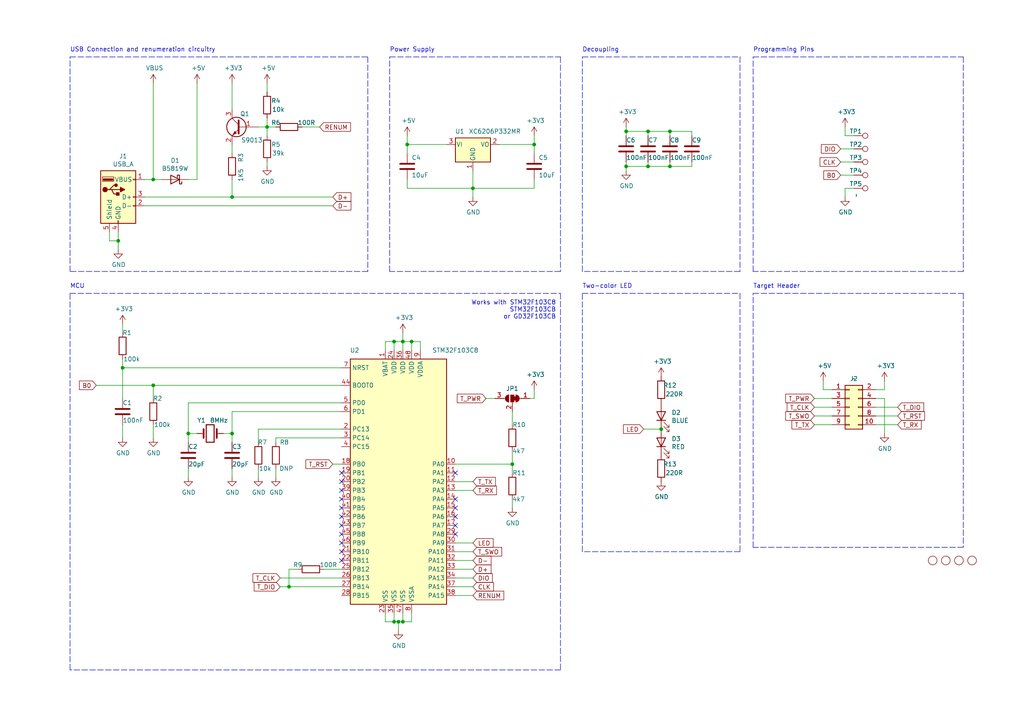
<source format=kicad_sch>
(kicad_sch (version 20211123) (generator eeschema)
  (paper "A4")
  (title_block (title "${TITLE}") (rev "${REVISION}") (company "${COMPANY}") (comment 1 "${URL}") (comment 2 "${AUTHOR}") (comment 3 "${AUTHOR_EMAIL}"))
  (lib_symbols
    (symbol "Connector:TestPoint" (pin_numbers hide) (pin_names (offset 0.762) hide)
      (property "Reference" "TP" (at 0 6.858 0))
      (property "Value" "TestPoint" (at 0 5.08 0))
      (symbol "TestPoint_0_1"
        (circle (center 0 3.302) (radius 0.762))
      )
      (symbol "TestPoint_1_1"
        (pin passive line (at 0 0 90) (length 2.54) (name "1") (number "1"))
      )
    )
    (symbol "Connector_Generic:Conn_02x05_Odd_Even" (pin_names (offset 1.016) hide)
      (property "Reference" "J" (at 1.27 7.62 0))
      (property "Value" "Conn_02x05_Odd_Even" (at 1.27 -7.62 0))
      (symbol "Conn_02x05_Odd_Even_1_1"
        (rectangle (start -1.27 -4.953) (end 0 -5.207) (stroke (width 0.1524)))
        (rectangle (start -1.27 -2.413) (end 0 -2.667) (stroke (width 0.1524)))
        (rectangle (start -1.27 0.127) (end 0 -0.127) (stroke (width 0.1524)))
        (rectangle (start -1.27 2.667) (end 0 2.413) (stroke (width 0.1524)))
        (rectangle (start -1.27 5.207) (end 0 4.953) (stroke (width 0.1524)))
        (rectangle (start -1.27 6.35) (end 3.81 -6.35) (stroke (width 0.254)) (fill (type background)))
        (rectangle (start 3.81 -4.953) (end 2.54 -5.207) (stroke (width 0.1524)))
        (rectangle (start 3.81 -2.413) (end 2.54 -2.667) (stroke (width 0.1524)))
        (rectangle (start 3.81 0.127) (end 2.54 -0.127) (stroke (width 0.1524)))
        (rectangle (start 3.81 2.667) (end 2.54 2.413) (stroke (width 0.1524)))
        (rectangle (start 3.81 5.207) (end 2.54 4.953) (stroke (width 0.1524)))
        (pin passive line (at -5.08 5.08 0) (length 3.81) (name "Pin_1") (number "1"))
        (pin passive line (at 7.62 -5.08 180) (length 3.81) (name "Pin_10") (number "10"))
        (pin passive line (at 7.62 5.08 180) (length 3.81) (name "Pin_2") (number "2"))
        (pin passive line (at -5.08 2.54 0) (length 3.81) (name "Pin_3") (number "3"))
        (pin passive line (at 7.62 2.54 180) (length 3.81) (name "Pin_4") (number "4"))
        (pin passive line (at -5.08 0 0) (length 3.81) (name "Pin_5") (number "5"))
        (pin passive line (at 7.62 0 180) (length 3.81) (name "Pin_6") (number "6"))
        (pin passive line (at -5.08 -2.54 0) (length 3.81) (name "Pin_7") (number "7"))
        (pin passive line (at 7.62 -2.54 180) (length 3.81) (name "Pin_8") (number "8"))
        (pin passive line (at -5.08 -5.08 0) (length 3.81) (name "Pin_9") (number "9"))
      )
    )
    (symbol "Device:C" (pin_numbers hide) (pin_names (offset 0.254))
      (property "Reference" "C" (at 0.635 2.54 0))
      (property "Value" "C" (at 0.635 -2.54 0))
      (symbol "C_0_1"
        (polyline (pts (xy -2.032 -0.762) (xy 2.032 -0.762)) (stroke (width 0.508)))
        (polyline (pts (xy -2.032 0.762) (xy 2.032 0.762)) (stroke (width 0.508)))
      )
      (symbol "C_1_1"
        (pin passive line (at 0 3.81 270) (length 2.794) (name "~") (number "1"))
        (pin passive line (at 0 -3.81 90) (length 2.794) (name "~") (number "2"))
      )
    )
    (symbol "Device:Crystal" (pin_numbers hide) (pin_names (offset 1.016) hide)
      (property "Reference" "Y" (at 0 3.81 0))
      (property "Value" "Crystal" (at 0 -3.81 0))
      (symbol "Crystal_0_1"
        (rectangle (start -1.143 2.54) (end 1.143 -2.54) (stroke (width 0.3048)))
        (polyline (pts (xy -2.54 0) (xy -1.905 0)))
        (polyline (pts (xy -1.905 -1.27) (xy -1.905 1.27)) (stroke (width 0.508)))
        (polyline (pts (xy 1.905 -1.27) (xy 1.905 1.27)) (stroke (width 0.508)))
        (polyline (pts (xy 2.54 0) (xy 1.905 0)))
      )
      (symbol "Crystal_1_1"
        (pin passive line (at -3.81 0 0) (length 1.27) (name "1") (number "1"))
        (pin passive line (at 3.81 0 180) (length 1.27) (name "2") (number "2"))
      )
    )
    (symbol "Device:D_Schottky" (pin_numbers hide) (pin_names (offset 1.016) hide)
      (property "Reference" "D" (at 0 2.54 0))
      (property "Value" "D_Schottky" (at 0 -2.54 0))
      (symbol "D_Schottky_0_1"
        (polyline (pts (xy 1.27 0) (xy -1.27 0)))
        (polyline (pts (xy 1.27 1.27) (xy 1.27 -1.27) (xy -1.27 0) (xy 1.27 1.27)) (stroke (width 0.254)))
        (polyline (pts (xy -1.905 0.635) (xy -1.905 1.27) (xy -1.27 1.27) (xy -1.27 -1.27) (xy -0.635 -1.27) (xy -0.635 -0.635)) (stroke (width 0.254)))
      )
      (symbol "D_Schottky_1_1"
        (pin passive line (at -3.81 0 0) (length 2.54) (name "K") (number "1"))
        (pin passive line (at 3.81 0 180) (length 2.54) (name "A") (number "2"))
      )
    )
    (symbol "Device:LED" (pin_numbers hide) (pin_names (offset 1.016) hide)
      (property "Reference" "D" (at 0 2.54 0))
      (property "Value" "LED" (at 0 -2.54 0))
      (symbol "LED_0_1"
        (polyline (pts (xy -1.27 -1.27) (xy -1.27 1.27)) (stroke (width 0.254)))
        (polyline (pts (xy -1.27 0) (xy 1.27 0)))
        (polyline (pts (xy 1.27 -1.27) (xy 1.27 1.27) (xy -1.27 0) (xy 1.27 -1.27)) (stroke (width 0.254)))
        (polyline (pts (xy -3.048 -0.762) (xy -4.572 -2.286) (xy -3.81 -2.286) (xy -4.572 -2.286) (xy -4.572 -1.524)))
        (polyline (pts (xy -1.778 -0.762) (xy -3.302 -2.286) (xy -2.54 -2.286) (xy -3.302 -2.286) (xy -3.302 -1.524)))
      )
      (symbol "LED_1_1"
        (pin passive line (at -3.81 0 0) (length 2.54) (name "K") (number "1"))
        (pin passive line (at 3.81 0 180) (length 2.54) (name "A") (number "2"))
      )
    )
    (symbol "Device:Q_NPN_BEC" (pin_names (offset 0) hide)
      (property "Reference" "Q" (at 5.08 1.27 0))
      (property "Value" "Q_NPN_BEC" (at 5.08 -1.27 0))
      (symbol "Q_NPN_BEC_0_1"
        (polyline (pts (xy 0.635 0.635) (xy 2.54 2.54)))
        (polyline (pts (xy 0.635 -0.635) (xy 2.54 -2.54) (xy 2.54 -2.54)))
        (polyline (pts (xy 0.635 1.905) (xy 0.635 -1.905) (xy 0.635 -1.905)) (stroke (width 0.508)))
        (polyline (pts (xy 1.27 -1.778) (xy 1.778 -1.27) (xy 2.286 -2.286) (xy 1.27 -1.778) (xy 1.27 -1.778)) (fill (type outline)))
        (circle (center 1.27 0) (radius 2.8194) (stroke (width 0.254)))
      )
      (symbol "Q_NPN_BEC_1_1"
        (pin input line (at -5.08 0 0) (length 5.715) (name "B") (number "1"))
        (pin passive line (at 2.54 -5.08 90) (length 2.54) (name "E") (number "2"))
        (pin passive line (at 2.54 5.08 270) (length 2.54) (name "C") (number "3"))
      )
    )
    (symbol "Device:R" (pin_numbers hide) (pin_names (offset 0))
      (property "Reference" "R" (at 2.032 0 90))
      (property "Value" "R" (at 0 0 90))
      (symbol "R_0_1"
        (rectangle (start -1.016 -2.54) (end 1.016 2.54) (stroke (width 0.254)))
      )
      (symbol "R_1_1"
        (pin passive line (at 0 3.81 270) (length 1.27) (name "~") (number "1"))
        (pin passive line (at 0 -3.81 90) (length 1.27) (name "~") (number "2"))
      )
    )
    (symbol "Jumper:SolderJumper_3_Bridged12" (pin_names (offset 0) hide)
      (property "Reference" "JP" (at -2.54 -2.54 0))
      (property "Value" "SolderJumper_3_Bridged12" (at 0 2.794 0))
      (symbol "SolderJumper_3_Bridged12_0_1"
        (rectangle (start -1.016 0.508) (end -0.508 -0.508) (fill (type outline)))
        (arc (start -1.016 1.016) (mid -2.032 0) (end -1.016 -1.016))
        (arc (start -1.016 1.016) (mid -2.032 0) (end -1.016 -1.016) (fill (type outline)))
        (rectangle (start -0.508 1.016) (end 0.508 -1.016) (fill (type outline)))
        (polyline (pts (xy -2.54 0) (xy -2.032 0)))
        (polyline (pts (xy -1.016 1.016) (xy -1.016 -1.016)))
        (polyline (pts (xy 0 -1.27) (xy 0 -1.016)))
        (polyline (pts (xy 1.016 1.016) (xy 1.016 -1.016)))
        (polyline (pts (xy 2.54 0) (xy 2.032 0)))
        (arc (start 1.016 -1.016) (mid 2.032 0) (end 1.016 1.016))
        (arc (start 1.016 -1.016) (mid 2.032 0) (end 1.016 1.016) (fill (type outline)))
      )
      (symbol "SolderJumper_3_Bridged12_1_1"
        (pin passive line (at -5.08 0 0) (length 2.54) (name "A") (number "1"))
        (pin input line (at 0 -3.81 90) (length 2.54) (name "C") (number "2"))
        (pin passive line (at 5.08 0 180) (length 2.54) (name "B") (number "3"))
      )
    )
    (symbol "MCU_ST_STM32F1:STM32F103C8Tx"
      (property "Reference" "U" (at -15.24 36.83 0))
      (property "Value" "STM32F103C8Tx" (at 7.62 36.83 0))
      (symbol "STM32F103C8Tx_0_1"
        (rectangle (start -15.24 -35.56) (end 12.7 35.56) (stroke (width 0.254)) (fill (type background)))
      )
      (symbol "STM32F103C8Tx_1_1"
        (pin power_in line (at -5.08 38.1 270) (length 2.54) (name "VBAT") (number "1"))
        (pin bidirectional line (at 15.24 5.08 180) (length 2.54) (name "PA0") (number "10"))
        (pin bidirectional line (at 15.24 2.54 180) (length 2.54) (name "PA1") (number "11"))
        (pin bidirectional line (at 15.24 0 180) (length 2.54) (name "PA2") (number "12"))
        (pin bidirectional line (at 15.24 -2.54 180) (length 2.54) (name "PA3") (number "13"))
        (pin bidirectional line (at 15.24 -5.08 180) (length 2.54) (name "PA4") (number "14"))
        (pin bidirectional line (at 15.24 -7.62 180) (length 2.54) (name "PA5") (number "15"))
        (pin bidirectional line (at 15.24 -10.16 180) (length 2.54) (name "PA6") (number "16"))
        (pin bidirectional line (at 15.24 -12.7 180) (length 2.54) (name "PA7") (number "17"))
        (pin bidirectional line (at -17.78 5.08 0) (length 2.54) (name "PB0") (number "18"))
        (pin bidirectional line (at -17.78 2.54 0) (length 2.54) (name "PB1") (number "19"))
        (pin bidirectional line (at -17.78 15.24 0) (length 2.54) (name "PC13") (number "2"))
        (pin bidirectional line (at -17.78 0 0) (length 2.54) (name "PB2") (number "20"))
        (pin bidirectional line (at -17.78 -20.32 0) (length 2.54) (name "PB10") (number "21"))
        (pin bidirectional line (at -17.78 -22.86 0) (length 2.54) (name "PB11") (number "22"))
        (pin power_in line (at -5.08 -38.1 90) (length 2.54) (name "VSS") (number "23"))
        (pin power_in line (at -2.54 38.1 270) (length 2.54) (name "VDD") (number "24"))
        (pin bidirectional line (at -17.78 -25.4 0) (length 2.54) (name "PB12") (number "25"))
        (pin bidirectional line (at -17.78 -27.94 0) (length 2.54) (name "PB13") (number "26"))
        (pin bidirectional line (at -17.78 -30.48 0) (length 2.54) (name "PB14") (number "27"))
        (pin bidirectional line (at -17.78 -33.02 0) (length 2.54) (name "PB15") (number "28"))
        (pin bidirectional line (at 15.24 -15.24 180) (length 2.54) (name "PA8") (number "29"))
        (pin bidirectional line (at -17.78 12.7 0) (length 2.54) (name "PC14") (number "3"))
        (pin bidirectional line (at 15.24 -17.78 180) (length 2.54) (name "PA9") (number "30"))
        (pin bidirectional line (at 15.24 -20.32 180) (length 2.54) (name "PA10") (number "31"))
        (pin bidirectional line (at 15.24 -22.86 180) (length 2.54) (name "PA11") (number "32"))
        (pin bidirectional line (at 15.24 -25.4 180) (length 2.54) (name "PA12") (number "33"))
        (pin bidirectional line (at 15.24 -27.94 180) (length 2.54) (name "PA13") (number "34"))
        (pin power_in line (at -2.54 -38.1 90) (length 2.54) (name "VSS") (number "35"))
        (pin power_in line (at 0 38.1 270) (length 2.54) (name "VDD") (number "36"))
        (pin bidirectional line (at 15.24 -30.48 180) (length 2.54) (name "PA14") (number "37"))
        (pin bidirectional line (at 15.24 -33.02 180) (length 2.54) (name "PA15") (number "38"))
        (pin bidirectional line (at -17.78 -2.54 0) (length 2.54) (name "PB3") (number "39"))
        (pin bidirectional line (at -17.78 10.16 0) (length 2.54) (name "PC15") (number "4"))
        (pin bidirectional line (at -17.78 -5.08 0) (length 2.54) (name "PB4") (number "40"))
        (pin bidirectional line (at -17.78 -7.62 0) (length 2.54) (name "PB5") (number "41"))
        (pin bidirectional line (at -17.78 -10.16 0) (length 2.54) (name "PB6") (number "42"))
        (pin bidirectional line (at -17.78 -12.7 0) (length 2.54) (name "PB7") (number "43"))
        (pin input line (at -17.78 27.94 0) (length 2.54) (name "BOOT0") (number "44"))
        (pin bidirectional line (at -17.78 -15.24 0) (length 2.54) (name "PB8") (number "45"))
        (pin bidirectional line (at -17.78 -17.78 0) (length 2.54) (name "PB9") (number "46"))
        (pin power_in line (at 0 -38.1 90) (length 2.54) (name "VSS") (number "47"))
        (pin power_in line (at 2.54 38.1 270) (length 2.54) (name "VDD") (number "48"))
        (pin input line (at -17.78 22.86 0) (length 2.54) (name "PD0") (number "5"))
        (pin input line (at -17.78 20.32 0) (length 2.54) (name "PD1") (number "6"))
        (pin input line (at -17.78 33.02 0) (length 2.54) (name "NRST") (number "7"))
        (pin power_in line (at 2.54 -38.1 90) (length 2.54) (name "VSSA") (number "8"))
        (pin power_in line (at 5.08 38.1 270) (length 2.54) (name "VDDA") (number "9"))
      )
    )
    (symbol "Regulator_Linear:XC6206PxxxMR" (pin_names (offset 0.254))
      (property "Reference" "U" (at -3.81 3.175 0))
      (property "Value" "XC6206PxxxMR" (at 0 3.175 0))
      (symbol "XC6206PxxxMR_0_1"
        (rectangle (start -5.08 1.905) (end 5.08 -5.08) (stroke (width 0.254)) (fill (type background)))
      )
      (symbol "XC6206PxxxMR_1_1"
        (pin power_in line (at 0 -7.62 90) (length 2.54) (name "GND") (number "1"))
        (pin power_out line (at 7.62 0 180) (length 2.54) (name "VO") (number "2"))
        (pin power_in line (at -7.62 0 0) (length 2.54) (name "VI") (number "3"))
      )
    )
    (symbol "power:+3V3" (power) (pin_names (offset 0))
      (property "Value" "+3V3" (at 0 3.556 0))
      (symbol "+3V3_0_1"
        (polyline (pts (xy -0.762 1.27) (xy 0 2.54)))
        (polyline (pts (xy 0 0) (xy 0 2.54)))
        (polyline (pts (xy 0 2.54) (xy 0.762 1.27)))
      )
      (symbol "+3V3_1_1"
        (pin power_in line (at 0 0 90) (length 0) hide (name "+3V3") (number "1"))
      )
    )
    (symbol "power:+5V" (power) (pin_names (offset 0))
      (property "Value" "+5V" (at 0 3.556 0))
      (symbol "+5V_0_1"
        (polyline (pts (xy -0.762 1.27) (xy 0 2.54)))
        (polyline (pts (xy 0 0) (xy 0 2.54)))
        (polyline (pts (xy 0 2.54) (xy 0.762 1.27)))
      )
      (symbol "+5V_1_1"
        (pin power_in line (at 0 0 90) (length 0) hide (name "+5V") (number "1"))
      )
    )
    (symbol "power:GND" (power) (pin_names (offset 0))
      (property "Value" "GND" (at 0 -3.81 0))
      (symbol "GND_0_1"
        (polyline (pts (xy 0 0) (xy 0 -1.27) (xy 1.27 -1.27) (xy 0 -2.54) (xy -1.27 -1.27) (xy 0 -1.27)))
      )
      (symbol "GND_1_1"
        (pin power_in line (at 0 0 270) (length 0) hide (name "GND") (number "1"))
      )
    )
    (symbol "power:VBUS" (power) (pin_names (offset 0))
      (property "Value" "VBUS" (at 0 3.81 0))
      (symbol "VBUS_0_1"
        (polyline (pts (xy -0.762 1.27) (xy 0 2.54)))
        (polyline (pts (xy 0 0) (xy 0 2.54)))
        (polyline (pts (xy 0 2.54) (xy 0.762 1.27)))
      )
      (symbol "VBUS_1_1"
        (pin power_in line (at 0 0 90) (length 0) hide (name "VBUS") (number "1"))
      )
    )
    (symbol "st-link:MouseBite" (pin_names (offset 1.016))
      (symbol "MouseBite_0_1"
        (circle (center 0 0) (radius 1.27))
      )
    )
    (symbol "st-link:USB_A" (pin_names (offset 1.016))
      (property "Reference" "J" (at -5.08 11.43 0))
      (property "Value" "USB_A" (at -5.08 8.89 0))
      (symbol "USB_A_0_1"
        (rectangle (start -5.08 -7.62) (end 5.08 7.62) (stroke (width 0.254)) (fill (type background)))
        (circle (center -3.81 2.159) (radius 0.635) (stroke (width 0.254)) (fill (type outline)))
        (rectangle (start -1.524 4.826) (end -4.318 5.334) (fill (type outline)))
        (rectangle (start -1.27 4.572) (end -4.572 5.842))
        (circle (center -0.635 3.429) (radius 0.381) (stroke (width 0.254)) (fill (type outline)))
        (rectangle (start -0.127 -7.62) (end 0.127 -6.858))
        (polyline (pts (xy -3.175 2.159) (xy -2.54 2.159) (xy -1.27 3.429) (xy -0.635 3.429)) (stroke (width 0.254)))
        (polyline (pts (xy -2.54 2.159) (xy -1.905 2.159) (xy -1.27 0.889) (xy 0 0.889)) (stroke (width 0.254)))
        (polyline (pts (xy 0.635 2.794) (xy 0.635 1.524) (xy 1.905 2.159) (xy 0.635 2.794)) (stroke (width 0.254)) (fill (type outline)))
        (rectangle (start 0.254 1.27) (end -0.508 0.508) (stroke (width 0.254)) (fill (type outline)))
        (rectangle (start 5.08 -2.667) (end 4.318 -2.413))
        (rectangle (start 5.08 -0.127) (end 4.318 0.127))
        (rectangle (start 5.08 4.953) (end 4.318 5.207))
      )
      (symbol "USB_A_1_1"
        (polyline (pts (xy -1.905 2.159) (xy 0.635 2.159)) (stroke (width 0.254)))
        (pin power_in line (at 7.62 5.08 180) (length 2.54) (name "VBUS") (number "1"))
        (pin bidirectional line (at 7.62 -2.54 180) (length 2.54) (name "D-") (number "2"))
        (pin bidirectional line (at 7.62 0 180) (length 2.54) (name "D+") (number "3"))
        (pin power_in line (at 0 -10.16 90) (length 2.54) (name "GND") (number "4"))
        (pin passive line (at -2.54 -10.16 90) (length 2.54) (name "Shield") (number "5"))
      )
    )
  )
  (junction (at 194.31 38.1))
  (junction (at 35.56 106.68))
  (junction (at 148.59 134.62))
  (junction (at 116.84 180.34))
  (junction (at 67.31 125.73))
  (junction (at 154.94 41.91))
  (junction (at 119.38 99.06))
  (junction (at 67.31 57.15))
  (junction (at 191.77 124.46))
  (junction (at 114.3 180.34))
  (junction (at 137.16 54.61))
  (junction (at 116.84 99.06))
  (junction (at 77.47 36.83))
  (junction (at 181.61 38.1))
  (junction (at 44.45 111.76))
  (junction (at 54.61 125.73))
  (junction (at 114.3 99.06))
  (junction (at 44.45 52.07))
  (junction (at 187.96 38.1))
  (junction (at 118.11 41.91))
  (junction (at 187.96 48.26))
  (junction (at 115.57 180.34))
  (junction (at 83.82 170.18))
  (junction (at 194.31 48.26))
  (junction (at 34.29 69.85))
  (junction (at 181.61 48.26))
  (no_connect (at 132.08 144.78))
  (no_connect (at 99.06 154.94))
  (no_connect (at 99.06 147.32))
  (no_connect (at 99.06 139.7))
  (no_connect (at 99.06 137.16))
  (no_connect (at 99.06 142.24))
  (no_connect (at 99.06 157.48))
  (no_connect (at 132.08 152.4))
  (no_connect (at 99.06 162.56))
  (no_connect (at 132.08 149.86))
  (no_connect (at 99.06 160.02))
  (no_connect (at 132.08 137.16))
  (no_connect (at 132.08 147.32))
  (no_connect (at 132.08 154.94))
  (no_connect (at 99.06 144.78))
  (no_connect (at 99.06 152.4))
  (no_connect (at 99.06 149.86))
  (wire (pts (xy 238.76 110.49) (xy 238.76 113.03)))
  (wire (pts (xy 64.77 125.73) (xy 67.31 125.73)))
  (wire (pts (xy 54.61 125.73) (xy 54.61 128.27)))
  (wire (pts (xy 54.61 116.84) (xy 54.61 125.73)))
  (wire (pts (xy 111.76 101.6) (xy 111.76 99.06)))
  (wire (pts (xy 44.45 111.76) (xy 99.06 111.76)))
  (wire (pts (xy 194.31 39.37) (xy 194.31 38.1)))
  (wire (pts (xy 144.78 41.91) (xy 154.94 41.91)))
  (wire (pts (xy 137.16 157.48) (xy 132.08 157.48)))
  (wire (pts (xy 118.11 39.37) (xy 118.11 41.91)))
  (wire (pts (xy 256.54 115.57) (xy 256.54 125.73)))
  (wire (pts (xy 67.31 57.15) (xy 96.52 57.15)))
  (wire (pts (xy 132.08 160.02) (xy 137.16 160.02)))
  (wire (pts (xy 260.35 120.65) (xy 254 120.65)))
  (wire (pts (xy 132.08 134.62) (xy 148.59 134.62)))
  (wire (pts (xy 67.31 57.15) (xy 41.91 57.15)))
  (wire (pts (xy 41.91 59.69) (xy 96.52 59.69)))
  (wire (pts (xy 41.91 52.07) (xy 44.45 52.07)))
  (polyline (pts (xy 162.56 194.31) (xy 20.32 194.31)))
  (wire (pts (xy 77.47 46.99) (xy 77.47 48.26)))
  (wire (pts (xy 245.11 54.61) (xy 245.11 57.15)))
  (wire (pts (xy 154.94 113.03) (xy 154.94 115.57)))
  (polyline (pts (xy 214.63 16.51) (xy 214.63 78.74)))
  (wire (pts (xy 181.61 38.1) (xy 181.61 36.83)))
  (wire (pts (xy 86.36 165.1) (xy 83.82 165.1)))
  (polyline (pts (xy 168.91 85.09) (xy 214.63 85.09)))
  (wire (pts (xy 114.3 177.8) (xy 114.3 180.34)))
  (wire (pts (xy 191.77 124.46) (xy 186.69 124.46)))
  (wire (pts (xy 245.11 39.37) (xy 247.65 39.37)))
  (wire (pts (xy 44.45 24.13) (xy 44.45 52.07)))
  (wire (pts (xy 254 115.57) (xy 256.54 115.57)))
  (wire (pts (xy 111.76 99.06) (xy 114.3 99.06)))
  (wire (pts (xy 137.16 57.15) (xy 137.16 54.61)))
  (wire (pts (xy 119.38 180.34) (xy 119.38 177.8)))
  (wire (pts (xy 99.06 167.64) (xy 81.28 167.64)))
  (polyline (pts (xy 218.44 16.51) (xy 279.4 16.51)))
  (wire (pts (xy 77.47 36.83) (xy 74.93 36.83)))
  (wire (pts (xy 44.45 127) (xy 44.45 123.19)))
  (polyline (pts (xy 214.63 85.09) (xy 214.63 160.02)))
  (polyline (pts (xy 113.03 16.51) (xy 162.56 16.51)))
  (wire (pts (xy 187.96 39.37) (xy 187.96 38.1)))
  (wire (pts (xy 194.31 48.26) (xy 187.96 48.26)))
  (wire (pts (xy 96.52 134.62) (xy 99.06 134.62)))
  (wire (pts (xy 44.45 115.57) (xy 44.45 111.76)))
  (wire (pts (xy 200.66 48.26) (xy 194.31 48.26)))
  (wire (pts (xy 137.16 54.61) (xy 137.16 49.53)))
  (polyline (pts (xy 279.4 158.75) (xy 218.44 158.75)))
  (wire (pts (xy 241.3 123.19) (xy 236.22 123.19)))
  (polyline (pts (xy 218.44 158.75) (xy 218.44 85.09)))
  (wire (pts (xy 154.94 54.61) (xy 154.94 52.07)))
  (wire (pts (xy 111.76 177.8) (xy 111.76 180.34)))
  (wire (pts (xy 99.06 116.84) (xy 54.61 116.84)))
  (wire (pts (xy 35.56 106.68) (xy 35.56 104.14)))
  (wire (pts (xy 154.94 115.57) (xy 153.67 115.57)))
  (wire (pts (xy 245.11 36.83) (xy 245.11 39.37)))
  (wire (pts (xy 67.31 135.89) (xy 67.31 138.43)))
  (wire (pts (xy 121.92 99.06) (xy 121.92 101.6)))
  (wire (pts (xy 116.84 180.34) (xy 119.38 180.34)))
  (wire (pts (xy 77.47 39.37) (xy 77.47 36.83)))
  (wire (pts (xy 148.59 134.62) (xy 148.59 137.16)))
  (wire (pts (xy 114.3 180.34) (xy 115.57 180.34)))
  (wire (pts (xy 115.57 180.34) (xy 116.84 180.34)))
  (wire (pts (xy 148.59 134.62) (xy 148.59 130.81)))
  (wire (pts (xy 137.16 172.72) (xy 132.08 172.72)))
  (wire (pts (xy 238.76 113.03) (xy 241.3 113.03)))
  (polyline (pts (xy 218.44 85.09) (xy 279.4 85.09)))
  (wire (pts (xy 54.61 52.07) (xy 57.15 52.07)))
  (polyline (pts (xy 279.4 85.09) (xy 279.4 158.75)))
  (wire (pts (xy 31.75 69.85) (xy 34.29 69.85)))
  (wire (pts (xy 54.61 135.89) (xy 54.61 138.43)))
  (wire (pts (xy 34.29 69.85) (xy 34.29 72.39)))
  (wire (pts (xy 99.06 127) (xy 80.01 127)))
  (wire (pts (xy 31.75 67.31) (xy 31.75 69.85)))
  (wire (pts (xy 254 123.19) (xy 260.35 123.19)))
  (wire (pts (xy 236.22 115.57) (xy 241.3 115.57)))
  (wire (pts (xy 143.51 115.57) (xy 140.97 115.57)))
  (wire (pts (xy 67.31 41.91) (xy 67.31 44.45)))
  (polyline (pts (xy 162.56 16.51) (xy 162.56 78.74)))
  (polyline (pts (xy 162.56 78.74) (xy 113.03 78.74)))
  (wire (pts (xy 118.11 54.61) (xy 137.16 54.61)))
  (polyline (pts (xy 20.32 194.31) (xy 20.32 85.09)))
  (wire (pts (xy 44.45 52.07) (xy 46.99 52.07)))
  (wire (pts (xy 83.82 170.18) (xy 81.28 170.18)))
  (wire (pts (xy 181.61 46.99) (xy 181.61 48.26)))
  (polyline (pts (xy 168.91 16.51) (xy 214.63 16.51)))
  (wire (pts (xy 256.54 110.49) (xy 256.54 113.03)))
  (wire (pts (xy 99.06 119.38) (xy 67.31 119.38)))
  (polyline (pts (xy 20.32 78.74) (xy 20.32 16.51)))
  (wire (pts (xy 137.16 167.64) (xy 132.08 167.64)))
  (wire (pts (xy 74.93 124.46) (xy 99.06 124.46)))
  (polyline (pts (xy 279.4 78.74) (xy 218.44 78.74)))
  (wire (pts (xy 83.82 165.1) (xy 83.82 170.18)))
  (polyline (pts (xy 214.63 78.74) (xy 168.91 78.74)))
  (wire (pts (xy 200.66 39.37) (xy 200.66 38.1)))
  (wire (pts (xy 119.38 101.6) (xy 119.38 99.06)))
  (wire (pts (xy 187.96 48.26) (xy 181.61 48.26)))
  (wire (pts (xy 187.96 46.99) (xy 187.96 48.26)))
  (polyline (pts (xy 20.32 16.51) (xy 106.68 16.51)))
  (wire (pts (xy 256.54 113.03) (xy 254 113.03)))
  (polyline (pts (xy 162.56 85.09) (xy 162.56 194.31)))
  (wire (pts (xy 118.11 52.07) (xy 118.11 54.61)))
  (wire (pts (xy 74.93 135.89) (xy 74.93 138.43)))
  (wire (pts (xy 67.31 119.38) (xy 67.31 125.73)))
  (wire (pts (xy 119.38 99.06) (xy 121.92 99.06)))
  (wire (pts (xy 99.06 165.1) (xy 93.98 165.1)))
  (polyline (pts (xy 106.68 16.51) (xy 106.68 78.74)))
  (polyline (pts (xy 168.91 160.02) (xy 168.91 85.09)))
  (wire (pts (xy 137.16 162.56) (xy 132.08 162.56)))
  (wire (pts (xy 137.16 170.18) (xy 132.08 170.18)))
  (wire (pts (xy 116.84 101.6) (xy 116.84 99.06)))
  (wire (pts (xy 34.29 67.31) (xy 34.29 69.85)))
  (wire (pts (xy 247.65 46.99) (xy 243.84 46.99)))
  (wire (pts (xy 115.57 180.34) (xy 115.57 182.88)))
  (polyline (pts (xy 20.32 85.09) (xy 162.56 85.09)))
  (wire (pts (xy 247.65 50.8) (xy 243.84 50.8)))
  (wire (pts (xy 194.31 46.99) (xy 194.31 48.26)))
  (wire (pts (xy 132.08 142.24) (xy 137.16 142.24)))
  (polyline (pts (xy 279.4 16.51) (xy 279.4 78.74)))
  (wire (pts (xy 35.56 106.68) (xy 35.56 115.57)))
  (wire (pts (xy 154.94 39.37) (xy 154.94 41.91)))
  (wire (pts (xy 116.84 99.06) (xy 119.38 99.06)))
  (wire (pts (xy 67.31 125.73) (xy 67.31 128.27)))
  (wire (pts (xy 44.45 111.76) (xy 27.94 111.76)))
  (wire (pts (xy 137.16 139.7) (xy 132.08 139.7)))
  (polyline (pts (xy 168.91 78.74) (xy 168.91 16.51)))
  (wire (pts (xy 200.66 46.99) (xy 200.66 48.26)))
  (polyline (pts (xy 214.63 160.02) (xy 168.91 160.02)))
  (wire (pts (xy 111.76 180.34) (xy 114.3 180.34)))
  (wire (pts (xy 114.3 99.06) (xy 116.84 99.06)))
  (wire (pts (xy 35.56 127) (xy 35.56 123.19)))
  (wire (pts (xy 187.96 38.1) (xy 181.61 38.1)))
  (wire (pts (xy 57.15 125.73) (xy 54.61 125.73)))
  (wire (pts (xy 118.11 41.91) (xy 118.11 44.45)))
  (wire (pts (xy 181.61 39.37) (xy 181.61 38.1)))
  (wire (pts (xy 116.84 177.8) (xy 116.84 180.34)))
  (wire (pts (xy 148.59 123.19) (xy 148.59 119.38)))
  (wire (pts (xy 99.06 106.68) (xy 35.56 106.68)))
  (wire (pts (xy 74.93 124.46) (xy 74.93 128.27)))
  (wire (pts (xy 236.22 120.65) (xy 241.3 120.65)))
  (wire (pts (xy 129.54 41.91) (xy 118.11 41.91)))
  (wire (pts (xy 154.94 41.91) (xy 154.94 44.45)))
  (wire (pts (xy 181.61 48.26) (xy 181.61 49.53)))
  (wire (pts (xy 77.47 34.29) (xy 77.47 36.83)))
  (wire (pts (xy 247.65 54.61) (xy 245.11 54.61)))
  (wire (pts (xy 194.31 38.1) (xy 187.96 38.1)))
  (wire (pts (xy 77.47 24.13) (xy 77.47 26.67)))
  (wire (pts (xy 243.84 43.18) (xy 247.65 43.18)))
  (wire (pts (xy 67.31 24.13) (xy 67.31 31.75)))
  (wire (pts (xy 241.3 118.11) (xy 236.22 118.11)))
  (polyline (pts (xy 113.03 78.74) (xy 113.03 16.51)))
  (wire (pts (xy 80.01 135.89) (xy 80.01 138.43)))
  (wire (pts (xy 200.66 38.1) (xy 194.31 38.1)))
  (wire (pts (xy 132.08 165.1) (xy 137.16 165.1)))
  (wire (pts (xy 80.01 127) (xy 80.01 128.27)))
  (wire (pts (xy 67.31 52.07) (xy 67.31 57.15)))
  (polyline (pts (xy 218.44 78.74) (xy 218.44 16.51)))
  (wire (pts (xy 57.15 52.07) (xy 57.15 24.13)))
  (wire (pts (xy 116.84 96.52) (xy 116.84 99.06)))
  (wire (pts (xy 254 118.11) (xy 260.35 118.11)))
  (wire (pts (xy 114.3 101.6) (xy 114.3 99.06)))
  (polyline (pts (xy 106.68 78.74) (xy 20.32 78.74)))
  (wire (pts (xy 148.59 144.78) (xy 148.59 147.32)))
  (wire (pts (xy 99.06 170.18) (xy 83.82 170.18)))
  (wire (pts (xy 80.01 36.83) (xy 77.47 36.83)))
  (wire (pts (xy 35.56 93.98) (xy 35.56 96.52)))
  (wire (pts (xy 92.71 36.83) (xy 87.63 36.83)))
  (wire (pts (xy 137.16 54.61) (xy 154.94 54.61)))
  (text "Power Supply" (at 113.03 15.24 0) (effects (font (size 1.27 1.27)) (justify left bottom)))
  (text "Decoupling" (at 168.91 15.24 0) (effects (font (size 1.27 1.27)) (justify left bottom)))
  (text "USB Connection and renumeration circuitry" (at 20.32 15.24 0) (effects (font (size 1.27 1.27)) (justify left bottom)))
  (text "Programming Pins" (at 218.44 15.24 0) (effects (font (size 1.27 1.27)) (justify left bottom)))
  (text "Target Header" (at 218.44 83.82 0) (effects (font (size 1.27 1.27)) (justify left bottom)))
  (text "Works with STM32F103C8\nSTM32F103CB\nor GD32F103CB" (at 161.29 92.71 180) (effects (font (size 1.27 1.27)) (justify right bottom)))
  (text "Two-color LED" (at 168.91 83.82 0) (effects (font (size 1.27 1.27)) (justify left bottom)))
  (text "MCU" (at 20.32 83.82 0) (effects (font (size 1.27 1.27)) (justify left bottom)))
  (global_label "LED" (shape input) (at 137.16 157.48 0) (property "Intersheet References" "${INTERSHEET_REFS}" (effects hide)))
  (global_label "CLK" (shape input) (at 137.16 170.18 0) (property "Intersheet References" "${INTERSHEET_REFS}" (effects hide)))
  (global_label "D-" (shape input) (at 137.16 162.56 0) (property "Intersheet References" "${INTERSHEET_REFS}" (effects hide)))
  (global_label "T_RX" (shape input) (at 260.35 123.19 0) (property "Intersheet References" "${INTERSHEET_REFS}" (effects hide)))
  (global_label "CLK" (shape input) (at 243.84 46.99 180) (property "Intersheet References" "${INTERSHEET_REFS}" (effects hide)))
  (global_label "T_PWR" (shape input) (at 236.22 115.57 180) (property "Intersheet References" "${INTERSHEET_REFS}" (effects hide)))
  (global_label "T_DIO" (shape input) (at 81.28 170.18 180) (property "Intersheet References" "${INTERSHEET_REFS}" (effects hide)))
  (global_label "T_RST" (shape input) (at 260.35 120.65 0) (property "Intersheet References" "${INTERSHEET_REFS}" (effects hide)))
  (global_label "T_SWO" (shape input) (at 236.22 120.65 180) (property "Intersheet References" "${INTERSHEET_REFS}" (effects hide)))
  (global_label "T_RST" (shape input) (at 96.52 134.62 180) (property "Intersheet References" "${INTERSHEET_REFS}" (effects hide)))
  (global_label "DIO" (shape input) (at 243.84 43.18 180) (property "Intersheet References" "${INTERSHEET_REFS}" (effects hide)))
  (global_label "T_CLK" (shape input) (at 236.22 118.11 180) (property "Intersheet References" "${INTERSHEET_REFS}" (effects hide)))
  (global_label "B0" (shape input) (at 243.84 50.8 180) (property "Intersheet References" "${INTERSHEET_REFS}" (effects hide)))
  (global_label "D-" (shape input) (at 96.52 59.69 0) (property "Intersheet References" "${INTERSHEET_REFS}" (effects hide)))
  (global_label "T_TX" (shape input) (at 236.22 123.19 180) (property "Intersheet References" "${INTERSHEET_REFS}" (effects hide)))
  (global_label "T_TX" (shape input) (at 137.16 139.7 0) (property "Intersheet References" "${INTERSHEET_REFS}" (effects hide)))
  (global_label "D+" (shape input) (at 137.16 165.1 0) (property "Intersheet References" "${INTERSHEET_REFS}" (effects hide)))
  (global_label "T_DIO" (shape input) (at 260.35 118.11 0) (property "Intersheet References" "${INTERSHEET_REFS}" (effects hide)))
  (global_label "T_CLK" (shape input) (at 81.28 167.64 180) (property "Intersheet References" "${INTERSHEET_REFS}" (effects hide)))
  (global_label "LED" (shape input) (at 186.69 124.46 180) (property "Intersheet References" "${INTERSHEET_REFS}" (effects hide)))
  (global_label "B0" (shape input) (at 27.94 111.76 180) (property "Intersheet References" "${INTERSHEET_REFS}" (effects hide)))
  (global_label "T_PWR" (shape input) (at 140.97 115.57 180) (property "Intersheet References" "${INTERSHEET_REFS}" (effects hide)))
  (global_label "T_RX" (shape input) (at 137.16 142.24 0) (property "Intersheet References" "${INTERSHEET_REFS}" (effects hide)))
  (global_label "RENUM" (shape input) (at 92.71 36.83 0) (property "Intersheet References" "${INTERSHEET_REFS}" (effects hide)))
  (global_label "D+" (shape input) (at 96.52 57.15 0) (property "Intersheet References" "${INTERSHEET_REFS}" (effects hide)))
  (global_label "DIO" (shape input) (at 137.16 167.64 0) (property "Intersheet References" "${INTERSHEET_REFS}" (effects hide)))
  (global_label "RENUM" (shape input) (at 137.16 172.72 0) (property "Intersheet References" "${INTERSHEET_REFS}" (effects hide)))
  (global_label "T_SWO" (shape input) (at 137.16 160.02 0) (property "Intersheet References" "${INTERSHEET_REFS}" (effects hide)))
  (symbol (lib_id "MCU_ST_STM32F1:STM32F103C8Tx") (at 116.84 139.7 0) (unit 1)
    (property "Reference" "U2" (at 102.87 101.6 0))
    (property "Value" "STM32F103C8" (at 132.08 101.6 0))
    (property "Footprint" "Package_QFP:LQFP-48_7x7mm_P0.5mm" (effects hide))
    (property "Datasheet" "http://www.st.com/st-web-ui/static/active/en/resource/technical/document/datasheet/CD00161566.pdf" (effects hide))
    (property "LCSC" "C8734" (effects hide))
  )
  (symbol (lib_id "Regulator_Linear:XC6206PxxxMR") (at 137.16 41.91 0) (unit 1)
    (property "Reference" "U1" (at 133.35 38.1 0))
    (property "Value" "XC6206P332MR" (at 143.51 38.1 0))
    (property "Footprint" "Package_TO_SOT_SMD:SOT-23" (effects hide))
    (property "Datasheet" "https://datasheet.lcsc.com/szlcsc/Torex-Semicon-XC6206P332MR_C5446.pdf" (effects hide))
    (property "LCSC" "C5446" (effects hide))
  )
  (symbol (lib_id "power:GND") (at 137.16 57.15 0) (unit 1)
    (property "Reference" "#PWR015" (effects hide))
    (property "Value" "GND" (at 137.287 61.5442 0))
  )
  (symbol (lib_id "power:+3V3") (at 154.94 39.37 0) (unit 1)
    (property "Reference" "#PWR018" (effects hide))
    (property "Value" "+3V3" (at 155.321 34.9758 0))
  )
  (symbol (lib_id "power:+5V") (at 118.11 39.37 0) (unit 1)
    (property "Reference" "#PWR014" (effects hide))
    (property "Value" "+5V" (at 118.491 34.9758 0))
  )
  (symbol (lib_id "Device:C") (at 118.11 48.26 0) (unit 1)
    (property "Reference" "C4" (at 119.38 45.72 0) (effects (justify left)))
    (property "Value" "10uF" (at 119.38 50.8 0) (effects (justify left)))
    (property "Footprint" "Capacitor_SMD:C_0805_2012Metric" (effects hide))
    (property "LCSC" "C15850" (effects hide))
  )
  (symbol (lib_id "Device:C") (at 154.94 48.26 0) (unit 1)
    (property "Reference" "C5" (at 156.21 45.72 0) (effects (justify left)))
    (property "Value" "10uF" (at 156.21 50.8 0) (effects (justify left)))
    (property "Footprint" "Capacitor_SMD:C_0805_2012Metric" (effects hide))
    (property "LCSC" "C15850" (effects hide))
  )
  (symbol (lib_id "Device:D_Schottky") (at 50.8 52.07 180) (unit 1)
    (property "Reference" "D1" (at 50.8 46.5582 0))
    (property "Value" "B5819W" (at 50.8 48.8696 0))
    (property "Footprint" "Diode_SMD:D_SOD-123" (effects hide))
    (property "Datasheet" "https://datasheet.lcsc.com/szlcsc/Changjiang-Electronics-Tech-CJ-B5819W_C8598.pdf" (effects hide))
    (property "LCSC" "C8598" (effects hide))
  )
  (symbol (lib_id "power:VBUS") (at 44.45 24.13 0) (unit 1)
    (property "Reference" "#PWR02" (effects hide))
    (property "Value" "VBUS" (at 44.831 19.7358 0))
  )
  (symbol (lib_id "power:+5V") (at 57.15 24.13 0) (unit 1)
    (property "Reference" "#PWR05" (effects hide))
    (property "Value" "+5V" (at 57.531 19.7358 0))
  )
  (symbol (lib_id "power:GND") (at 115.57 182.88 0) (unit 1)
    (property "Reference" "#PWR016" (effects hide))
    (property "Value" "GND" (at 115.697 187.2742 0))
  )
  (symbol (lib_id "power:+3V3") (at 191.77 109.22 0) (unit 1)
    (property "Reference" "#PWR026" (effects hide))
    (property "Value" "+3V3" (at 192.151 104.8258 0))
  )
  (symbol (lib_id "Connector_Generic:Conn_02x05_Odd_Even") (at 246.38 118.11 0) (unit 1)
    (property "Reference" "J2" (at 247.65 109.855 0))
    (property "Value" "~" (at 247.65 109.8296 0))
    (property "Footprint" "st-link:IDC_EDGE" (effects hide))
  )
  (symbol (lib_id "Device:R") (at 67.31 48.26 180) (unit 1)
    (property "Reference" "R3" (at 69.85 45.72 90))
    (property "Value" "1K5" (at 69.85 50.8 90))
    (property "Footprint" "Resistor_SMD:R_0402_1005Metric" (effects hide))
    (property "LCSC" "C25867" (effects hide))
  )
  (symbol (lib_id "power:+3V3") (at 67.31 24.13 0) (unit 1)
    (property "Reference" "#PWR07" (effects hide))
    (property "Value" "+3V3" (at 67.691 19.7358 0))
  )
  (symbol (lib_id "Connector:TestPoint") (at 247.65 43.18 270) (unit 1)
    (property "Reference" "TP2" (at 246.38 41.91 90) (effects (justify left)))
    (property "Value" "~" (at 248.3358 44.6532 0) (effects (justify left)))
    (property "Footprint" "TestPoint:TestPoint_Pad_D1.0mm" (effects hide))
  )
  (symbol (lib_id "Device:C") (at 181.61 43.18 0) (unit 1)
    (property "Reference" "C6" (at 181.61 40.64 0) (effects (justify left)))
    (property "Value" "100nF" (at 181.61 45.72 0) (effects (justify left)))
    (property "Footprint" "Capacitor_SMD:C_0402_1005Metric" (effects hide))
    (property "LCSC" "C1525" (effects hide))
  )
  (symbol (lib_id "Device:C") (at 187.96 43.18 0) (unit 1)
    (property "Reference" "C7" (at 187.96 40.64 0) (effects (justify left)))
    (property "Value" "100nF" (at 187.96 45.72 0) (effects (justify left)))
    (property "Footprint" "Capacitor_SMD:C_0402_1005Metric" (effects hide))
    (property "LCSC" "C1525" (effects hide))
  )
  (symbol (lib_id "Device:C") (at 194.31 43.18 0) (unit 1)
    (property "Reference" "C8" (at 194.31 40.64 0) (effects (justify left)))
    (property "Value" "100nF" (at 194.31 45.72 0) (effects (justify left)))
    (property "Footprint" "Capacitor_SMD:C_0402_1005Metric" (effects hide))
    (property "LCSC" "C1525" (effects hide))
  )
  (symbol (lib_id "Device:C") (at 200.66 43.18 0) (unit 1)
    (property "Reference" "C9" (at 200.66 40.64 0) (effects (justify left)))
    (property "Value" "100nF" (at 200.66 45.72 0) (effects (justify left)))
    (property "Footprint" "Capacitor_SMD:C_0402_1005Metric" (effects hide))
    (property "LCSC" "C1525" (effects hide))
  )
  (symbol (lib_id "power:+3V3") (at 181.61 36.83 0) (unit 1)
    (property "Reference" "#PWR019" (effects hide))
    (property "Value" "+3V3" (at 181.991 32.4358 0))
  )
  (symbol (lib_id "power:GND") (at 181.61 49.53 0) (unit 1)
    (property "Reference" "#PWR020" (effects hide))
    (property "Value" "GND" (at 181.737 53.9242 0))
  )
  (symbol (lib_id "Connector:TestPoint") (at 247.65 46.99 270) (unit 1)
    (property "Reference" "TP3" (at 246.38 45.72 90) (effects (justify left)))
    (property "Value" "~" (at 248.3358 48.4632 0) (effects (justify left)))
    (property "Footprint" "TestPoint:TestPoint_Pad_D1.0mm" (effects hide))
  )
  (symbol (lib_id "power:GND") (at 256.54 125.73 0) (unit 1)
    (property "Reference" "#PWR029" (effects hide))
    (property "Value" "GND" (at 256.667 130.1242 0))
  )
  (symbol (lib_id "Device:Crystal") (at 60.96 125.73 0) (unit 1)
    (property "Reference" "Y1" (at 58.42 121.92 0))
    (property "Value" "8MHz" (at 63.5 121.92 0))
    (property "Footprint" "Crystal:Crystal_SMD_5032-2Pin_5.0x3.2mm" (effects hide))
    (property "LCSC" "C115962" (effects hide))
  )
  (symbol (lib_id "Device:C") (at 54.61 132.08 0) (unit 1)
    (property "Reference" "C2" (at 54.61 129.54 0) (effects (justify left)))
    (property "Value" "20pF" (at 54.61 134.62 0) (effects (justify left)))
    (property "Footprint" "Capacitor_SMD:C_0402_1005Metric" (effects hide))
    (property "LCSC" "C1554" (effects hide))
  )
  (symbol (lib_id "Device:C") (at 67.31 132.08 0) (unit 1)
    (property "Reference" "C3" (at 67.31 129.54 0) (effects (justify left)))
    (property "Value" "20pF" (at 67.31 134.62 0) (effects (justify left)))
    (property "Footprint" "Capacitor_SMD:C_0402_1005Metric" (effects hide))
    (property "LCSC" "C1554" (effects hide))
  )
  (symbol (lib_id "power:GND") (at 54.61 138.43 0) (unit 1)
    (property "Reference" "#PWR08" (effects hide))
    (property "Value" "GND" (at 54.737 142.8242 0))
  )
  (symbol (lib_id "power:GND") (at 67.31 138.43 0) (unit 1)
    (property "Reference" "#PWR011" (effects hide))
    (property "Value" "GND" (at 67.437 142.8242 0))
  )
  (symbol (lib_id "Device:LED") (at 191.77 120.65 90) (unit 1)
    (property "Reference" "D2" (at 194.7672 119.6594 90) (effects (justify right)))
    (property "Value" "BLUE" (at 194.7672 121.9708 90) (effects (justify right)))
    (property "Footprint" "LED_SMD:LED_0603_1608Metric" (effects hide))
    (property "LCSC" "C72041" (effects hide))
  )
  (symbol (lib_id "Device:R") (at 191.77 113.03 180) (unit 1)
    (property "Reference" "R12" (at 194.31 111.76 0))
    (property "Value" "220R" (at 198.12 114.3 0) (effects (justify left)))
    (property "Footprint" "Resistor_SMD:R_0402_1005Metric" (effects hide))
    (property "LCSC" "C25091" (effects hide))
  )
  (symbol (lib_id "Device:LED") (at 191.77 128.27 90) (unit 1)
    (property "Reference" "D3" (at 194.7672 127.2794 90) (effects (justify right)))
    (property "Value" "RED" (at 194.7672 129.5908 90) (effects (justify right)))
    (property "Footprint" "LED_SMD:LED_0603_1608Metric" (effects hide))
    (property "LCSC" "C2286" (effects hide))
  )
  (symbol (lib_id "Device:R") (at 191.77 135.89 180) (unit 1)
    (property "Reference" "R13" (at 194.31 134.62 0))
    (property "Value" "220R" (at 198.12 137.16 0) (effects (justify left)))
    (property "Footprint" "Resistor_SMD:R_0402_1005Metric" (effects hide))
    (property "LCSC" "C25091" (effects hide))
  )
  (symbol (lib_id "power:GND") (at 191.77 139.7 0) (unit 1)
    (property "Reference" "#PWR027" (effects hide))
    (property "Value" "GND" (at 191.897 144.0942 0))
  )
  (symbol (lib_id "Device:R") (at 35.56 100.33 180) (unit 1)
    (property "Reference" "R1" (at 36.83 96.52 0))
    (property "Value" "100k" (at 40.64 104.14 0) (effects (justify left)))
    (property "Footprint" "Resistor_SMD:R_0402_1005Metric" (effects hide))
    (property "LCSC" "C25741" (effects hide))
  )
  (symbol (lib_id "Device:C") (at 35.56 119.38 0) (unit 1)
    (property "Reference" "C1" (at 35.56 116.84 0) (effects (justify left)))
    (property "Value" "100nF" (at 35.56 121.92 0) (effects (justify left)))
    (property "Footprint" "Capacitor_SMD:C_0402_1005Metric" (effects hide))
    (property "LCSC" "C1525" (effects hide))
  )
  (symbol (lib_id "power:+3V3") (at 116.84 96.52 0) (unit 1)
    (property "Reference" "#PWR017" (effects hide))
    (property "Value" "+3V3" (at 117.221 92.1258 0))
  )
  (symbol (lib_id "power:+3V3") (at 35.56 93.98 0) (unit 1)
    (property "Reference" "#PWR03" (effects hide))
    (property "Value" "+3V3" (at 35.941 89.5858 0))
  )
  (symbol (lib_id "power:GND") (at 35.56 127 0) (unit 1)
    (property "Reference" "#PWR04" (effects hide))
    (property "Value" "GND" (at 35.687 131.3942 0))
  )
  (symbol (lib_id "st-link:USB_A") (at 34.29 57.15 0) (unit 1)
    (property "Reference" "J1" (at 35.7378 45.2882 0))
    (property "Value" "USB_A" (at 35.7378 47.5996 0))
    (property "Footprint" "st-link:USB_Male_A_UP2-AH-1-TH" (effects hide))
    (property "Datasheet" " ~" (effects hide))
  )
  (symbol (lib_id "Device:R") (at 44.45 119.38 180) (unit 1)
    (property "Reference" "R2" (at 45.72 115.57 0))
    (property "Value" "100k" (at 49.53 123.19 0) (effects (justify left)))
    (property "Footprint" "Resistor_SMD:R_0402_1005Metric" (effects hide))
    (property "LCSC" "C25741" (effects hide))
  )
  (symbol (lib_id "power:GND") (at 44.45 127 0) (unit 1)
    (property "Reference" "#PWR06" (effects hide))
    (property "Value" "GND" (at 44.577 131.3942 0))
  )
  (symbol (lib_id "st-link:MouseBite") (at 281.94 162.56 0) (unit 1)
    (property "Reference" "H4" (effects hide))
    (property "Value" "MouseBite" (effects hide))
    (property "Footprint" "st-link:mouse-bite-1mm-slot" (effects hide))
  )
  (symbol (lib_id "st-link:MouseBite") (at 278.13 162.56 0) (unit 1)
    (property "Reference" "H3" (effects hide))
    (property "Value" "MouseBite" (effects hide))
    (property "Footprint" "st-link:mouse-bite-1mm-slot" (effects hide))
  )
  (symbol (lib_id "st-link:MouseBite") (at 274.32 162.56 0) (unit 1)
    (property "Reference" "H2" (effects hide))
    (property "Value" "MouseBite" (effects hide))
    (property "Footprint" "st-link:mouse-bite-1mm-slot" (effects hide))
  )
  (symbol (lib_id "st-link:MouseBite") (at 270.51 162.56 0) (unit 1)
    (property "Reference" "H1" (effects hide))
    (property "Value" "MouseBite" (effects hide))
    (property "Footprint" "st-link:mouse-bite-1mm-slot" (effects hide))
  )
  (symbol (lib_id "Device:R") (at 90.17 165.1 270) (unit 1)
    (property "Reference" "R9" (at 86.36 163.83 90))
    (property "Value" "100R" (at 95.25 163.83 90))
    (property "Footprint" "Resistor_SMD:R_0402_1005Metric" (effects hide))
    (property "LCSC" "C25076" (effects hide))
  )
  (symbol (lib_id "power:GND") (at 34.29 72.39 0) (unit 1)
    (property "Reference" "#PWR01" (effects hide))
    (property "Value" "GND" (at 34.417 76.7842 0))
  )
  (symbol (lib_id "power:+5V") (at 238.76 110.49 0) (unit 1)
    (property "Reference" "#PWR023" (effects hide))
    (property "Value" "+5V" (at 239.141 106.0958 0))
  )
  (symbol (lib_id "power:+3V3") (at 256.54 110.49 0) (unit 1)
    (property "Reference" "#PWR028" (effects hide))
    (property "Value" "+3V3" (at 256.921 106.0958 0))
  )
  (symbol (lib_id "Jumper:SolderJumper_3_Bridged12") (at 148.59 115.57 0) (mirror y) (unit 1)
    (property "Reference" "JP1" (at 148.59 112.6998 0))
    (property "Value" "~" (at 148.59 112.6744 0))
    (property "Footprint" "Jumper:SolderJumper-3_P1.3mm_Bridged12_Pad1.0x1.5mm" (effects hide))
  )
  (symbol (lib_id "Device:R") (at 74.93 132.08 180) (unit 1)
    (property "Reference" "R7" (at 77.47 128.27 0) (effects (justify left)))
    (property "Value" "10k" (at 78.74 135.89 0) (effects (justify left)))
    (property "Footprint" "Resistor_SMD:R_0402_1005Metric" (effects hide))
    (property "LCSC" "C25744" (effects hide))
  )
  (symbol (lib_id "Device:R") (at 80.01 132.08 180) (unit 1)
    (property "Reference" "R8" (at 83.82 128.27 0) (effects (justify left)))
    (property "Value" "DNP" (at 85.09 135.89 0) (effects (justify left)))
    (property "Footprint" "Resistor_SMD:R_0402_1005Metric" (effects hide))
    (property "LCSC" "xxC25744" (effects hide))
  )
  (symbol (lib_id "power:GND") (at 74.93 138.43 0) (unit 1)
    (property "Reference" "#PWR012" (effects hide))
    (property "Value" "GND" (at 75.057 142.8242 0))
  )
  (symbol (lib_id "power:GND") (at 80.01 138.43 0) (unit 1)
    (property "Reference" "#PWR013" (effects hide))
    (property "Value" "GND" (at 80.137 142.8242 0))
  )
  (symbol (lib_id "Device:R") (at 148.59 140.97 180) (unit 1)
    (property "Reference" "R11" (at 148.59 137.16 0) (effects (justify right)))
    (property "Value" "4k7" (at 148.59 144.78 0) (effects (justify right)))
    (property "Footprint" "Resistor_SMD:R_0402_1005Metric" (effects hide))
    (property "LCSC" "C25900" (effects hide))
  )
  (symbol (lib_id "power:+3V3") (at 154.94 113.03 0) (unit 1)
    (property "Reference" "#PWR021" (effects hide))
    (property "Value" "+3V3" (at 155.321 108.6358 0))
  )
  (symbol (lib_id "Device:R") (at 148.59 127 180) (unit 1)
    (property "Reference" "R10" (at 148.59 123.19 0) (effects (justify right)))
    (property "Value" "4k7" (at 148.59 130.81 0) (effects (justify right)))
    (property "Footprint" "Resistor_SMD:R_0402_1005Metric" (effects hide))
    (property "LCSC" "C25900" (effects hide))
  )
  (symbol (lib_id "power:GND") (at 148.59 147.32 0) (unit 1)
    (property "Reference" "#PWR022" (effects hide))
    (property "Value" "GND" (at 148.717 151.7142 0))
  )
  (symbol (lib_id "Connector:TestPoint") (at 247.65 39.37 270) (unit 1)
    (property "Reference" "TP1" (at 246.38 38.1 90) (effects (justify left)))
    (property "Value" "~" (at 248.3358 40.8432 0) (effects (justify left)))
    (property "Footprint" "TestPoint:TestPoint_Pad_D1.0mm" (effects hide))
  )
  (symbol (lib_id "Connector:TestPoint") (at 247.65 50.8 270) (unit 1)
    (property "Reference" "TP4" (at 246.38 49.53 90) (effects (justify left)))
    (property "Value" "~" (at 248.3358 52.2732 0) (effects (justify left)))
    (property "Footprint" "TestPoint:TestPoint_Pad_D1.0mm" (effects hide))
  )
  (symbol (lib_id "Connector:TestPoint") (at 247.65 54.61 270) (unit 1)
    (property "Reference" "TP5" (at 246.38 53.34 90) (effects (justify left)))
    (property "Value" "~" (at 248.3358 56.0832 0) (effects (justify left)))
    (property "Footprint" "TestPoint:TestPoint_Pad_D1.0mm" (effects hide))
  )
  (symbol (lib_id "power:+3V3") (at 245.11 36.83 0) (unit 1)
    (property "Reference" "#PWR024" (effects hide))
    (property "Value" "+3V3" (at 245.491 32.4358 0))
  )
  (symbol (lib_id "power:GND") (at 245.11 57.15 0) (unit 1)
    (property "Reference" "#PWR025" (effects hide))
    (property "Value" "GND" (at 245.237 61.5442 0))
  )
  (symbol (lib_id "Device:Q_NPN_BEC") (at 69.85 36.83 0) (mirror y) (unit 1)
    (property "Reference" "Q1" (at 72.39 33.02 0) (effects (justify left)))
    (property "Value" "S9013" (at 76.2 40.64 0) (effects (justify left)))
    (property "Footprint" "Package_TO_SOT_SMD:SOT-23" (effects hide))
    (property "Datasheet" "https://datasheet.lcsc.com/lcsc/1810051504_Changjiang-Electronics-Tech-CJ-S9013_C6749.pdf" (effects hide))
    (property "LCSC" "C6749" (effects hide))
  )
  (symbol (lib_id "Device:R") (at 77.47 30.48 180) (unit 1)
    (property "Reference" "R4" (at 80.01 29.21 0))
    (property "Value" "10k" (at 82.55 31.75 0) (effects (justify left)))
    (property "Footprint" "Resistor_SMD:R_0402_1005Metric" (effects hide))
    (property "LCSC" "C25744" (effects hide))
  )
  (symbol (lib_id "power:+5V") (at 77.47 24.13 0) (unit 1)
    (property "Reference" "#PWR09" (effects hide))
    (property "Value" "+5V" (at 77.851 19.7358 0))
  )
  (symbol (lib_id "Device:R") (at 77.47 43.18 180) (unit 1)
    (property "Reference" "R5" (at 80.01 41.91 0))
    (property "Value" "39k" (at 82.55 44.45 0) (effects (justify left)))
    (property "Footprint" "Resistor_SMD:R_0402_1005Metric" (effects hide))
    (property "LCSC" "C25783" (effects hide))
  )
  (symbol (lib_id "power:GND") (at 77.47 48.26 0) (unit 1)
    (property "Reference" "#PWR010" (effects hide))
    (property "Value" "GND" (at 77.597 52.6542 0))
  )
  (symbol (lib_id "Device:R") (at 83.82 36.83 270) (unit 1)
    (property "Reference" "R6" (at 80.01 35.56 90))
    (property "Value" "100R" (at 88.9 35.56 90))
    (property "Footprint" "Resistor_SMD:R_0402_1005Metric" (effects hide))
    (property "LCSC" "C25076" (effects hide))
  )
)
</source>
